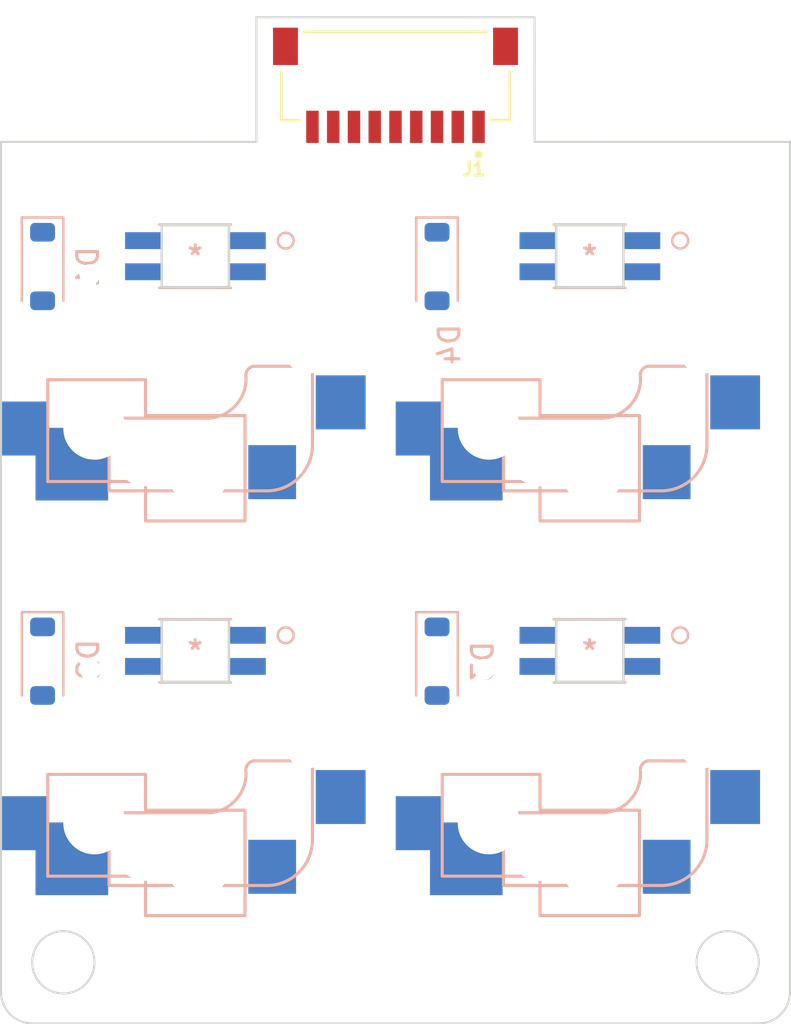
<source format=kicad_pcb>
(kicad_pcb (version 20221018) (generator pcbnew)
  (layers (0 "F.Cu" signal) (31 "B.Cu" signal) (34 "B.Paste" user) (35 "F.Paste" user) (36 "B.SilkS" user "B.Silkscreen") (37 "F.SilkS" user "F.Silkscreen") (38 "B.Mask" user) (39 "F.Mask" user) (44 "Edge.Cuts" user))
  (net 0 "")
  (net 1 "Net-(D1-A)")
  (net 2 "Net-(D2-A)")
  (net 3 "Net-(D3-A)")
  (net 4 "Net-(D4-A)")
  (net 5 "Net-(SW1B-DOUT)")
  (net 6 "GND")
  (net 7 "Net-(SW2B-DOUT)")
  (net 8 "Net-(SW3B-DOUT)")
  (net 9 "/Row1")
  (net 10 "/Row2")
  (net 11 "/Row3")
  (net 12 "/Row4")
  (net 13 "/RGB_In")
  (net 14 "/Col_In")
  (net 15 "/V+")
  (net 16 "/RGB_Out")
  (footprint "Seismos-libs:Switch_SK6812-E_Diode" (layer "F.Cu") (at 47 60)
    (fp_text reference "SW2" (at -0.142 -0.388 unlocked) (layer "F.SilkS"))
    (fp_text value "Switch_SK6812-E_Diode")
    (fp_text user "*" (at -0.15 -4.4958) (layer "B.SilkS") (effects (justify mirror)))
    (fp_line (start -7.25 1.45) (end -7.25 6.35) (stroke (width 0.15)) (layer "B.SilkS"))
    (fp_line (start -7.25 6.35) (end -2.54 6.35) (stroke (width 0.15)) (layer "B.SilkS"))
    (fp_line (start -4.3 6.8) (end -4.3 3.85) (stroke (width 0.15)) (layer "B.SilkS"))
    (fp_line (start -3.7 3.3) (end 0.3 3.3) (stroke (width 0.15)) (layer "B.SilkS"))
    (fp_line (start -2.54 1.45) (end -7.25 1.45) (stroke (width 0.15)) (layer "B.SilkS"))
    (fp_line (start -2.54 3.175) (end -2.54 1.45) (stroke (width 0.15)) (layer "B.SilkS"))
    (fp_line (start -2.54 6.35) (end -2.54 8.25) (stroke (width 0.15)) (layer "B.SilkS"))
    (fp_line (start -2.54 8.25) (end 2.25 8.25) (stroke (width 0.15)) (layer "B.SilkS"))
    (fp_line (start -1.8772 -2.9718) (end 1.5772 -2.9718) (stroke (width 0.12)) (layer "B.SilkS"))
    (fp_line (start 1.5772 -6.0198) (end -1.8772 -6.0198) (stroke (width 0.12)) (layer "B.SilkS"))
    (fp_line (start 2.25 3.175) (end -2.54 3.175) (stroke (width 0.15)) (layer "B.SilkS"))
    (fp_line (start 2.25 8.25) (end 2.25 3.175) (stroke (width 0.15)) (layer "B.SilkS"))
    (fp_line (start 2.3 1.5) (end 2.3 1.35) (stroke (width 0.15)) (layer "B.SilkS"))
    (fp_line (start 2.65 0.8) (end 5.5 0.8) (stroke (width 0.15)) (layer "B.SilkS"))
    (fp_line (start 3.3 6.8) (end -4.3 6.8) (stroke (width 0.15)) (layer "B.SilkS"))
    (fp_line (start 5.5 0.8) (end 5.5 4.6) (stroke (width 0.15)) (layer "B.SilkS"))
    (fp_arc (start -4.3 3.85) (mid -4.113909 3.450736) (end -3.7 3.3) (stroke (width 0.15)) (layer "B.SilkS"))
    (fp_arc (start 2.299999 1.499999) (mid 1.672792 2.814213) (end 0.3 3.3) (stroke (width 0.15)) (layer "B.SilkS"))
    (fp_arc (start 2.3 1.35) (mid 2.361091 1.002513) (end 2.65 0.8) (stroke (width 0.15)) (layer "B.SilkS"))
    (fp_arc (start 5.5 4.6) (mid 4.855635 6.155635) (end 3.3 6.8) (stroke (width 0.15)) (layer "B.SilkS"))
    (fp_circle (center 4.2122 -5.2451) (end 4.5932 -5.2451) (stroke (width 0.12)) (fill none) (layer "B.SilkS"))
    (fp_rect (start -1.762 -5.9914) (end 1.478 -3.0046) (stroke (width 0.12)) (fill none) (layer "Edge.Cuts"))
    (pad "" np_thru_hole circle (at -5.3 0) (size 2.3 2.3) (drill 2.3) (layers "*.Cu" "*.Mask"))
    (pad "" np_thru_hole circle (at -5.22 -3.6158) (size 1 1) (drill 1) (layers "*.Cu" "*.Mask"))
    (pad "" np_thru_hole circle (at -5 3.8) (size 3 3) (drill 3) (layers "*.Cu" "*.Mask"))
    (pad "" np_thru_hole circle (at -2.54 5.08) (size 3 3) (drill 3) (layers "*.Cu" "*.Mask"))
    (pad "" np_thru_hole circle (at 0 0) (size 4 4) (drill 4) (layers "*.Cu" "*.Mask"))
    (pad "" np_thru_hole circle (at 0 5.9) (size 3 3) (drill 3) (layers "*.Cu" "*.Mask"))
    (pad "" np_thru_hole circle (at 3.81 2.54) (size 3 3) (drill 3) (layers "*.Cu" "*.Mask"))
    (pad "" np_thru_hole circle (at 5.22 -3.6158) (size 1 1) (drill 1) (layers "*.Cu" "*.Mask"))
    (pad "" np_thru_hole circle (at 5.3 0) (size 2.3 2.3) (drill 2.3) (layers "*.Cu" "*.Mask"))
    (pad "+1" smd rect (at 2.378 -5.2451) (size 1.75 0.8128) (layers "B.Cu" "B.Paste" "B.Mask") (net 15 "/V+"))
    (pad "CHOC1" smd rect (at -8.34 3.8) (size 2.3 2.6) (layers "B.Cu" "B.Paste" "B.Mask") (net 2 "Net-(D2-A)"))
    (pad "CHOC2" smd rect (at 3.56 5.9) (size 2.3 2.6) (layers "B.Cu" "B.Paste" "B.Mask") (net 14 "/Col_In"))
    (pad "DI1" smd rect (at -2.6519 -5.2451) (size 1.75 0.8128) (layers "B.Cu" "B.Paste" "B.Mask") (net 5 "Net-(SW1B-DOUT)"))
    (pad "DO1" smd rect (at 2.378 -3.7465) (size 1.75 0.8128) (layers "B.Cu" "B.Paste" "B.Mask") (net 7 "Net-(SW2B-DOUT)"))
    (pad "GND" smd rect (at -2.6519 -3.7465) (size 1.75 0.8128) (layers "B.Cu" "B.Paste" "B.Mask") (net 6 "GND"))
    (pad "MX1" smd rect (at -6.09 5.515) (size 3.5 3.5) (layers "B.Cu" "B.Paste" "B.Mask") (net 2 "Net-(D2-A)"))
    (pad "MX2" smd rect (at 6.86 2.54) (size 2.4 2.6) (layers "B.Cu" "B.Paste" "B.Mask") (net 14 "/Col_In"))
  )
  (footprint "Seismos-libs:Switch_SK6812-E_Diode" (layer "F.Cu") (at 47 41)
    (fp_text reference "SW1" (at -0.142 -0.388 unlocked) (layer "F.SilkS"))
    (fp_text value "Switch_SK6812-E_Diode")
    (fp_text user "*" (at -0.15 -4.4958) (layer "B.SilkS") (effects (justify mirror)))
    (fp_line (start -7.25 1.45) (end -7.25 6.35) (stroke (width 0.15)) (layer "B.SilkS"))
    (fp_line (start -7.25 6.35) (end -2.54 6.35) (stroke (width 0.15)) (layer "B.SilkS"))
    (fp_line (start -4.3 6.8) (end -4.3 3.85) (stroke (width 0.15)) (layer "B.SilkS"))
    (fp_line (start -3.7 3.3) (end 0.3 3.3) (stroke (width 0.15)) (layer "B.SilkS"))
    (fp_line (start -2.54 1.45) (end -7.25 1.45) (stroke (width 0.15)) (layer "B.SilkS"))
    (fp_line (start -2.54 3.175) (end -2.54 1.45) (stroke (width 0.15)) (layer "B.SilkS"))
    (fp_line (start -2.54 6.35) (end -2.54 8.25) (stroke (width 0.15)) (layer "B.SilkS"))
    (fp_line (start -2.54 8.25) (end 2.25 8.25) (stroke (width 0.15)) (layer "B.SilkS"))
    (fp_line (start -1.8772 -2.9718) (end 1.5772 -2.9718) (stroke (width 0.12)) (layer "B.SilkS"))
    (fp_line (start 1.5772 -6.0198) (end -1.8772 -6.0198) (stroke (width 0.12)) (layer "B.SilkS"))
    (fp_line (start 2.25 3.175) (end -2.54 3.175) (stroke (width 0.15)) (layer "B.SilkS"))
    (fp_line (start 2.25 8.25) (end 2.25 3.175) (stroke (width 0.15)) (layer "B.SilkS"))
    (fp_line (start 2.3 1.5) (end 2.3 1.35) (stroke (width 0.15)) (layer "B.SilkS"))
    (fp_line (start 2.65 0.8) (end 5.5 0.8) (stroke (width 0.15)) (layer "B.SilkS"))
    (fp_line (start 3.3 6.8) (end -4.3 6.8) (stroke (width 0.15)) (layer "B.SilkS"))
    (fp_line (start 5.5 0.8) (end 5.5 4.6) (stroke (width 0.15)) (layer "B.SilkS"))
    (fp_arc (start -4.3 3.85) (mid -4.113909 3.450736) (end -3.7 3.3) (stroke (width 0.15)) (layer "B.SilkS"))
    (fp_arc (start 2.299999 1.499999) (mid 1.672792 2.814213) (end 0.3 3.3) (stroke (width 0.15)) (layer "B.SilkS"))
    (fp_arc (start 2.3 1.35) (mid 2.361091 1.002513) (end 2.65 0.8) (stroke (width 0.15)) (layer "B.SilkS"))
    (fp_arc (start 5.5 4.6) (mid 4.855635 6.155635) (end 3.3 6.8) (stroke (width 0.15)) (layer "B.SilkS"))
    (fp_circle (center 4.2122 -5.2451) (end 4.5932 -5.2451) (stroke (width 0.12)) (fill none) (layer "B.SilkS"))
    (fp_rect (start -1.762 -5.9914) (end 1.478 -3.0046) (stroke (width 0.12)) (fill none) (layer "Edge.Cuts"))
    (pad "" np_thru_hole circle (at -5.3 0) (size 2.3 2.3) (drill 2.3) (layers "*.Cu" "*.Mask"))
    (pad "" np_thru_hole circle (at -5.22 -3.6158) (size 1 1) (drill 1) (layers "*.Cu" "*.Mask"))
    (pad "" np_thru_hole circle (at -5 3.8) (size 3 3) (drill 3) (layers "*.Cu" "*.Mask"))
    (pad "" np_thru_hole circle (at -2.54 5.08) (size 3 3) (drill 3) (layers "*.Cu" "*.Mask"))
    (pad "" np_thru_hole circle (at 0 0) (size 4 4) (drill 4) (layers "*.Cu" "*.Mask"))
    (pad "" np_thru_hole circle (at 0 5.9) (size 3 3) (drill 3) (layers "*.Cu" "*.Mask"))
    (pad "" np_thru_hole circle (at 3.81 2.54) (size 3 3) (drill 3) (layers "*.Cu" "*.Mask"))
    (pad "" np_thru_hole circle (at 5.22 -3.6158) (size 1 1) (drill 1) (layers "*.Cu" "*.Mask"))
    (pad "" np_thru_hole circle (at 5.3 0) (size 2.3 2.3) (drill 2.3) (layers "*.Cu" "*.Mask"))
    (pad "+1" smd rect (at 2.378 -5.2451) (size 1.75 0.8128) (layers "B.Cu" "B.Paste" "B.Mask") (net 15 "/V+"))
    (pad "CHOC1" smd rect (at -8.34 3.8) (size 2.3 2.6) (layers "B.Cu" "B.Paste" "B.Mask") (net 1 "Net-(D1-A)"))
    (pad "CHOC2" smd rect (at 3.56 5.9) (size 2.3 2.6) (layers "B.Cu" "B.Paste" "B.Mask") (net 14 "/Col_In"))
    (pad "DI1" smd rect (at -2.6519 -5.2451) (size 1.75 0.8128) (layers "B.Cu" "B.Paste" "B.Mask") (net 13 "/RGB_In"))
    (pad "DO1" smd rect (at 2.378 -3.7465) (size 1.75 0.8128) (layers "B.Cu" "B.Paste" "B.Mask") (net 5 "Net-(SW1B-DOUT)"))
    (pad "GND" smd rect (at -2.6519 -3.7465) (size 1.75 0.8128) (layers "B.Cu" "B.Paste" "B.Mask") (net 6 "GND"))
    (pad "MX1" smd rect (at -6.09 5.515) (size 3.5 3.5) (layers "B.Cu" "B.Paste" "B.Mask") (net 1 "Net-(D1-A)"))
    (pad "MX2" smd rect (at 6.86 2.54) (size 2.4 2.6) (layers "B.Cu" "B.Paste" "B.Mask") (net 14 "/Col_In"))
  )
  (footprint "Seismos-libs:Switch_SK6812-E_Diode" (layer "F.Cu") (at 66 60)
    (fp_text reference "SW3" (at -0.142 -0.388 unlocked) (layer "F.SilkS"))
    (fp_text value "Switch_SK6812-E_Diode")
    (fp_text user "*" (at -0.15 -4.4958) (layer "B.SilkS") (effects (justify mirror)))
    (fp_line (start -7.25 1.45) (end -7.25 6.35) (stroke (width 0.15)) (layer "B.SilkS"))
    (fp_line (start -7.25 6.35) (end -2.54 6.35) (stroke (width 0.15)) (layer "B.SilkS"))
    (fp_line (start -4.3 6.8) (end -4.3 3.85) (stroke (width 0.15)) (layer "B.SilkS"))
    (fp_line (start -3.7 3.3) (end 0.3 3.3) (stroke (width 0.15)) (layer "B.SilkS"))
    (fp_line (start -2.54 1.45) (end -7.25 1.45) (stroke (width 0.15)) (layer "B.SilkS"))
    (fp_line (start -2.54 3.175) (end -2.54 1.45) (stroke (width 0.15)) (layer "B.SilkS"))
    (fp_line (start -2.54 6.35) (end -2.54 8.25) (stroke (width 0.15)) (layer "B.SilkS"))
    (fp_line (start -2.54 8.25) (end 2.25 8.25) (stroke (width 0.15)) (layer "B.SilkS"))
    (fp_line (start -1.8772 -2.9718) (end 1.5772 -2.9718) (stroke (width 0.12)) (layer "B.SilkS"))
    (fp_line (start 1.5772 -6.0198) (end -1.8772 -6.0198) (stroke (width 0.12)) (layer "B.SilkS"))
    (fp_line (start 2.25 3.175) (end -2.54 3.175) (stroke (width 0.15)) (layer "B.SilkS"))
    (fp_line (start 2.25 8.25) (end 2.25 3.175) (stroke (width 0.15)) (layer "B.SilkS"))
    (fp_line (start 2.3 1.5) (end 2.3 1.35) (stroke (width 0.15)) (layer "B.SilkS"))
    (fp_line (start 2.65 0.8) (end 5.5 0.8) (stroke (width 0.15)) (layer "B.SilkS"))
    (fp_line (start 3.3 6.8) (end -4.3 6.8) (stroke (width 0.15)) (layer "B.SilkS"))
    (fp_line (start 5.5 0.8) (end 5.5 4.6) (stroke (width 0.15)) (layer "B.SilkS"))
    (fp_arc (start -4.3 3.85) (mid -4.113909 3.450736) (end -3.7 3.3) (stroke (width 0.15)) (layer "B.SilkS"))
    (fp_arc (start 2.299999 1.499999) (mid 1.672792 2.814213) (end 0.3 3.3) (stroke (width 0.15)) (layer "B.SilkS"))
    (fp_arc (start 2.3 1.35) (mid 2.361091 1.002513) (end 2.65 0.8) (stroke (width 0.15)) (layer "B.SilkS"))
    (fp_arc (start 5.5 4.6) (mid 4.855635 6.155635) (end 3.3 6.8) (stroke (width 0.15)) (layer "B.SilkS"))
    (fp_circle (center 4.2122 -5.2451) (end 4.5932 -5.2451) (stroke (width 0.12)) (fill none) (layer "B.SilkS"))
    (fp_rect (start -1.762 -5.9914) (end 1.478 -3.0046) (stroke (width 0.12)) (fill none) (layer "Edge.Cuts"))
    (pad "" np_thru_hole circle (at -5.3 0) (size 2.3 2.3) (drill 2.3) (layers "*.Cu" "*.Mask"))
    (pad "" np_thru_hole circle (at -5.22 -3.6158) (size 1 1) (drill 1) (layers "*.Cu" "*.Mask"))
    (pad "" np_thru_hole circle (at -5 3.8) (size 3 3) (drill 3) (layers "*.Cu" "*.Mask"))
    (pad "" np_thru_hole circle (at -2.54 5.08) (size 3 3) (drill 3) (layers "*.Cu" "*.Mask"))
    (pad "" np_thru_hole circle (at 0 0) (size 4 4) (drill 4) (layers "*.Cu" "*.Mask"))
    (pad "" np_thru_hole circle (at 0 5.9) (size 3 3) (drill 3) (layers "*.Cu" "*.Mask"))
    (pad "" np_thru_hole circle (at 3.81 2.54) (size 3 3) (drill 3) (layers "*.Cu" "*.Mask"))
    (pad "" np_thru_hole circle (at 5.22 -3.6158) (size 1 1) (drill 1) (layers "*.Cu" "*.Mask"))
    (pad "" np_thru_hole circle (at 5.3 0) (size 2.3 2.3) (drill 2.3) (layers "*.Cu" "*.Mask"))
    (pad "+1" smd rect (at 2.378 -5.2451) (size 1.75 0.8128) (layers "B.Cu" "B.Paste" "B.Mask") (net 15 "/V+"))
    (pad "CHOC1" smd rect (at -8.34 3.8) (size 2.3 2.6) (layers "B.Cu" "B.Paste" "B.Mask") (net 3 "Net-(D3-A)"))
    (pad "CHOC2" smd rect (at 3.56 5.9) (size 2.3 2.6) (layers "B.Cu" "B.Paste" "B.Mask") (net 14 "/Col_In"))
    (pad "DI1" smd rect (at -2.6519 -5.2451) (size 1.75 0.8128) (layers "B.Cu" "B.Paste" "B.Mask") (net 7 "Net-(SW2B-DOUT)"))
    (pad "DO1" smd rect (at 2.378 -3.7465) (size 1.75 0.8128) (layers "B.Cu" "B.Paste" "B.Mask") (net 8 "Net-(SW3B-DOUT)"))
    (pad "GND" smd rect (at -2.6519 -3.7465) (size 1.75 0.8128) (layers "B.Cu" "B.Paste" "B.Mask") (net 6 "GND"))
    (pad "MX1" smd rect (at -6.09 5.515) (size 3.5 3.5) (layers "B.Cu" "B.Paste" "B.Mask") (net 3 "Net-(D3-A)"))
    (pad "MX2" smd rect (at 6.86 2.54) (size 2.4 2.6) (layers "B.Cu" "B.Paste" "B.Mask") (net 14 "/Col_In"))
  )
  (footprint "Seismos-libs:Switch_SK6812-E_Diode" (layer "F.Cu") (at 66 41)
    (fp_text reference "SW4" (at -0.142 -0.388 unlocked) (layer "F.SilkS"))
    (fp_text value "Switch_SK6812-E_Diode")
    (fp_text user "*" (at -0.15 -4.4958) (layer "B.SilkS") (effects (justify mirror)))
    (fp_line (start -7.25 1.45) (end -7.25 6.35) (stroke (width 0.15)) (layer "B.SilkS"))
    (fp_line (start -7.25 6.35) (end -2.54 6.35) (stroke (width 0.15)) (layer "B.SilkS"))
    (fp_line (start -4.3 6.8) (end -4.3 3.85) (stroke (width 0.15)) (layer "B.SilkS"))
    (fp_line (start -3.7 3.3) (end 0.3 3.3) (stroke (width 0.15)) (layer "B.SilkS"))
    (fp_line (start -2.54 1.45) (end -7.25 1.45) (stroke (width 0.15)) (layer "B.SilkS"))
    (fp_line (start -2.54 3.175) (end -2.54 1.45) (stroke (width 0.15)) (layer "B.SilkS"))
    (fp_line (start -2.54 6.35) (end -2.54 8.25) (stroke (width 0.15)) (layer "B.SilkS"))
    (fp_line (start -2.54 8.25) (end 2.25 8.25) (stroke (width 0.15)) (layer "B.SilkS"))
    (fp_line (start -1.8772 -2.9718) (end 1.5772 -2.9718) (stroke (width 0.12)) (layer "B.SilkS"))
    (fp_line (start 1.5772 -6.0198) (end -1.8772 -6.0198) (stroke (width 0.12)) (layer "B.SilkS"))
    (fp_line (start 2.25 3.175) (end -2.54 3.175) (stroke (width 0.15)) (layer "B.SilkS"))
    (fp_line (start 2.25 8.25) (end 2.25 3.175) (stroke (width 0.15)) (layer "B.SilkS"))
    (fp_line (start 2.3 1.5) (end 2.3 1.35) (stroke (width 0.15)) (layer "B.SilkS"))
    (fp_line (start 2.65 0.8) (end 5.5 0.8) (stroke (width 0.15)) (layer "B.SilkS"))
    (fp_line (start 3.3 6.8) (end -4.3 6.8) (stroke (width 0.15)) (layer "B.SilkS"))
    (fp_line (start 5.5 0.8) (end 5.5 4.6) (stroke (width 0.15)) (layer "B.SilkS"))
    (fp_arc (start -4.3 3.85) (mid -4.113909 3.450736) (end -3.7 3.3) (stroke (width 0.15)) (layer "B.SilkS"))
    (fp_arc (start 2.299999 1.499999) (mid 1.672792 2.814213) (end 0.3 3.3) (stroke (width 0.15)) (layer "B.SilkS"))
    (fp_arc (start 2.3 1.35) (mid 2.361091 1.002513) (end 2.65 0.8) (stroke (width 0.15)) (layer "B.SilkS"))
    (fp_arc (start 5.5 4.6) (mid 4.855635 6.155635) (end 3.3 6.8) (stroke (width 0.15)) (layer "B.SilkS"))
    (fp_circle (center 4.2122 -5.2451) (end 4.5932 -5.2451) (stroke (width 0.12)) (fill none) (layer "B.SilkS"))
    (fp_rect (start -1.762 -5.9914) (end 1.478 -3.0046) (stroke (width 0.12)) (fill none) (layer "Edge.Cuts"))
    (pad "" np_thru_hole circle (at -5.3 0) (size 2.3 2.3) (drill 2.3) (layers "*.Cu" "*.Mask"))
    (pad "" np_thru_hole circle (at -5.22 -3.6158) (size 1 1) (drill 1) (layers "*.Cu" "*.Mask"))
    (pad "" np_thru_hole circle (at -5 3.8) (size 3 3) (drill 3) (layers "*.Cu" "*.Mask"))
    (pad "" np_thru_hole circle (at -2.54 5.08) (size 3 3) (drill 3) (layers "*.Cu" "*.Mask"))
    (pad "" np_thru_hole circle (at 0 0) (size 4 4) (drill 4) (layers "*.Cu" "*.Mask"))
    (pad "" np_thru_hole circle (at 0 5.9) (size 3 3) (drill 3) (layers "*.Cu" "*.Mask"))
    (pad "" np_thru_hole circle (at 3.81 2.54) (size 3 3) (drill 3) (layers "*.Cu" "*.Mask"))
    (pad "" np_thru_hole circle (at 5.22 -3.6158) (size 1 1) (drill 1) (layers "*.Cu" "*.Mask"))
    (pad "" np_thru_hole circle (at 5.3 0) (size 2.3 2.3) (drill 2.3) (layers "*.Cu" "*.Mask"))
    (pad "+1" smd rect (at 2.378 -5.2451) (size 1.75 0.8128) (layers "B.Cu" "B.Paste" "B.Mask") (net 15 "/V+"))
    (pad "CHOC1" smd rect (at -8.34 3.8) (size 2.3 2.6) (layers "B.Cu" "B.Paste" "B.Mask") (net 4 "Net-(D4-A)"))
    (pad "CHOC2" smd rect (at 3.56 5.9) (size 2.3 2.6) (layers "B.Cu" "B.Paste" "B.Mask") (net 14 "/Col_In"))
    (pad "DI1" smd rect (at -2.6519 -5.2451) (size 1.75 0.8128) (layers "B.Cu" "B.Paste" "B.Mask") (net 8 "Net-(SW3B-DOUT)"))
    (pad "DO1" smd rect (at 2.378 -3.7465) (size 1.75 0.8128) (layers "B.Cu" "B.Paste" "B.Mask") (net 16 "/RGB_Out"))
    (pad "GND" smd rect (at -2.6519 -3.7465) (size 1.75 0.8128) (layers "B.Cu" "B.Paste" "B.Mask") (net 6 "GND"))
    (pad "MX1" smd rect (at -6.09 5.515) (size 3.5 3.5) (layers "B.Cu" "B.Paste" "B.Mask") (net 4 "Net-(D4-A)"))
    (pad "MX2" smd rect (at 6.86 2.54) (size 2.4 2.6) (layers "B.Cu" "B.Paste" "B.Mask") (net 14 "/Col_In"))
  )
  (footprint "Seismos-libs:JST_SM09B-SRSS-TB(LF)(SN)" (layer "F.Cu") (at 56.5 26.4 180)
    (fp_text reference "J1" (at -3.768 -5.9064) (layer "F.SilkS") (effects (font (size 0.64 0.64))))
    (fp_text value "SM09B-SRSS-TB(LF)(SN)")
    (fp_line (start -5.5 -3.55) (end -5.5 -1.22) (stroke (width 0.127)) (layer "F.SilkS"))
    (fp_line (start -4.62 -3.55) (end -5.5 -3.55) (stroke (width 0.127)) (layer "F.SilkS"))
    (fp_line (start -4.39 0.7) (end 4.39 0.7) (stroke (width 0.127)) (layer "F.SilkS"))
    (fp_line (start 4.62 -3.55) (end 5.5 -3.55) (stroke (width 0.127)) (layer "F.SilkS"))
    (fp_line (start 5.5 -3.55) (end 5.5 -1.22) (stroke (width 0.127)) (layer "F.SilkS"))
    (fp_circle (center -4 -5.2) (end -3.9 -5.2) (stroke (width 0.2)) (fill none) (layer "F.SilkS"))
    (pad "1" smd rect (at -4 -3.875 270) (size 1.55 0.6) (layers "F.Cu" "F.Paste" "F.Mask") (net 16 "/RGB_Out"))
    (pad "2" smd rect (at -3 -3.875 270) (size 1.55 0.6) (layers "F.Cu" "F.Paste" "F.Mask") (net 15 "/V+"))
    (pad "3" smd rect (at -2 -3.875 270) (size 1.55 0.6) (layers "F.Cu" "F.Paste" "F.Mask") (net 14 "/Col_In"))
    (pad "4" smd rect (at -1 -3.875 270) (size 1.55 0.6) (layers "F.Cu" "F.Paste" "F.Mask") (net 13 "/RGB_In"))
    (pad "5" smd rect (at 0 -3.875 270) (size 1.55 0.6) (layers "F.Cu" "F.Paste" "F.Mask") (net 12 "/Row4"))
    (pad "6" smd rect (at 1 -3.875 270) (size 1.55 0.6) (layers "F.Cu" "F.Paste" "F.Mask") (net 11 "/Row3"))
    (pad "7" smd rect (at 2 -3.875 270) (size 1.55 0.6) (layers "F.Cu" "F.Paste" "F.Mask") (net 10 "/Row2"))
    (pad "8" smd rect (at 3 -3.875 270) (size 1.55 0.6) (layers "F.Cu" "F.Paste" "F.Mask") (net 9 "/Row1"))
    (pad "9" smd rect (at 4 -3.875 270) (size 1.55 0.6) (layers "F.Cu" "F.Paste" "F.Mask") (net 6 "GND"))
    (pad "S1" smd rect (at -5.3 0 270) (size 1.8 1.2) (layers "F.Cu" "F.Paste" "F.Mask") (net 6 "GND"))
    (pad "S2" smd rect (at 5.3 0 270) (size 1.8 1.2) (layers "F.Cu" "F.Paste" "F.Mask") (net 6 "GND"))
  )
  (footprint "Diode_SMD:D_SOD-123" (layer "B.Cu") (at 39.5 56 -90)
    (fp_text reference "D2" (at -0.08 -2.2 -270) (layer "B.SilkS") (effects (justify mirror)))
    (fp_text value "1N4148W" hide)
    (fp_line (start -2.36 -1) (end 1.65 -1) (stroke (width 0.12)) (layer "B.SilkS"))
    (fp_line (start -2.36 1) (end -2.36 -1) (stroke (width 0.12)) (layer "B.SilkS"))
    (fp_line (start -2.36 1) (end 1.65 1) (stroke (width 0.12)) (layer "B.SilkS"))
    (pad "1" smd roundrect (at -1.65 0 270) (size 0.9 1.2) (layers "B.Cu" "B.Paste" "B.Mask") (net 10 "/Row2"))
    (pad "2" smd roundrect (at 1.65 0 270) (size 0.9 1.2) (layers "B.Cu" "B.Paste" "B.Mask") (net 2 "Net-(D2-A)"))
  )
  (footprint "Diode_SMD:D_SOD-123" (layer "B.Cu") (at 58.5 37 -90)
    (fp_text reference "D4" (at 3.75 -0.6 -270) (layer "B.SilkS") (effects (justify mirror)))
    (fp_text value "1N4148W" hide)
    (fp_line (start -2.36 -1) (end 1.65 -1) (stroke (width 0.12)) (layer "B.SilkS"))
    (fp_line (start -2.36 1) (end -2.36 -1) (stroke (width 0.12)) (layer "B.SilkS"))
    (fp_line (start -2.36 1) (end 1.65 1) (stroke (width 0.12)) (layer "B.SilkS"))
    (pad "1" smd roundrect (at -1.65 0 270) (size 0.9 1.2) (layers "B.Cu" "B.Paste" "B.Mask") (net 12 "/Row4"))
    (pad "2" smd roundrect (at 1.65 0 270) (size 0.9 1.2) (layers "B.Cu" "B.Paste" "B.Mask") (net 4 "Net-(D4-A)"))
  )
  (footprint "Diode_SMD:D_SOD-123" (layer "B.Cu") (at 39.5 37 -90)
    (fp_text reference "D1" (at 0.02 -2.19 -270) (layer "B.SilkS") (effects (justify mirror)))
    (fp_text value "1N4148W" hide)
    (fp_line (start -2.36 -1) (end 1.65 -1) (stroke (width 0.12)) (layer "B.SilkS"))
    (fp_line (start -2.36 1) (end -2.36 -1) (stroke (width 0.12)) (layer "B.SilkS"))
    (fp_line (start -2.36 1) (end 1.65 1) (stroke (width 0.12)) (layer "B.SilkS"))
    (pad "1" smd roundrect (at -1.65 0 270) (size 0.9 1.2) (layers "B.Cu" "B.Paste" "B.Mask") (net 9 "/Row1"))
    (pad "2" smd roundrect (at 1.65 0 270) (size 0.9 1.2) (layers "B.Cu" "B.Paste" "B.Mask") (net 1 "Net-(D1-A)"))
  )
  (footprint "Diode_SMD:D_SOD-123" (layer "B.Cu") (at 58.5 56 -90)
    (fp_text reference "D3" (at 0.02 -2.2 -270) (layer "B.SilkS") (effects (justify mirror)))
    (fp_text value "1N4148W" hide)
    (fp_line (start -2.36 -1) (end 1.65 -1) (stroke (width 0.12)) (layer "B.SilkS"))
    (fp_line (start -2.36 1) (end -2.36 -1) (stroke (width 0.12)) (layer "B.SilkS"))
    (fp_line (start -2.36 1) (end 1.65 1) (stroke (width 0.12)) (layer "B.SilkS"))
    (pad "1" smd roundrect (at -1.65 0 270) (size 0.9 1.2) (layers "B.Cu" "B.Paste" "B.Mask") (net 11 "/Row3"))
    (pad "2" smd roundrect (at 1.65 0 270) (size 0.9 1.2) (layers "B.Cu" "B.Paste" "B.Mask") (net 3 "Net-(D3-A)"))
  )
  (gr_line (start 37.5 71.93934) (end 37.5 31) (stroke (width 0.1)) (layer "Edge.Cuts"))
  (gr_line (start 74 73.43934) (end 39 73.43934) (stroke (width 0.1)) (layer "Edge.Cuts"))
  (gr_arc (start 39 73.43934) (mid 37.939326 73.000003) (end 37.5 71.93934) (stroke (width 0.1)) (layer "Edge.Cuts"))
  (gr_line (start 49.8 25) (end 49.8 31) (stroke (width 0.1)) (layer "Edge.Cuts"))
  (gr_line (start 47 31) (end 49.8 31) (stroke (width 0.1)) (layer "Edge.Cuts"))
  (gr_circle (center 72.5 70.5) (end 74 70.5) (stroke (width 0.1)) (fill none) (layer "Edge.Cuts"))
  (gr_line (start 66 31) (end 63.2 31) (stroke (width 0.1)) (layer "Edge.Cuts"))
  (gr_line (start 47 31) (end 37.5 31) (stroke (width 0.1)) (layer "Edge.Cuts"))
  (gr_line (start 66 31) (end 75.5 31) (stroke (width 0.1)) (layer "Edge.Cuts"))
  (gr_arc (start 75.5 71.93934) (mid 75.060646 72.999974) (end 74 73.43934) (stroke (width 0.1)) (layer "Edge.Cuts"))
  (gr_line (start 75.5 31) (end 75.5 71.93934) (stroke (width 0.1)) (layer "Edge.Cuts"))
  (gr_line (start 63.2 31) (end 63.2 25) (stroke (width 0.1)) (layer "Edge.Cuts"))
  (gr_circle (center 40.5 70.5) (end 42 70.5) (stroke (width 0.1)) (fill none) (layer "Edge.Cuts"))
  (gr_line (start 49.8 25) (end 63.2 25) (stroke (width 0.1)) (layer "Edge.Cuts"))
)
</source>
